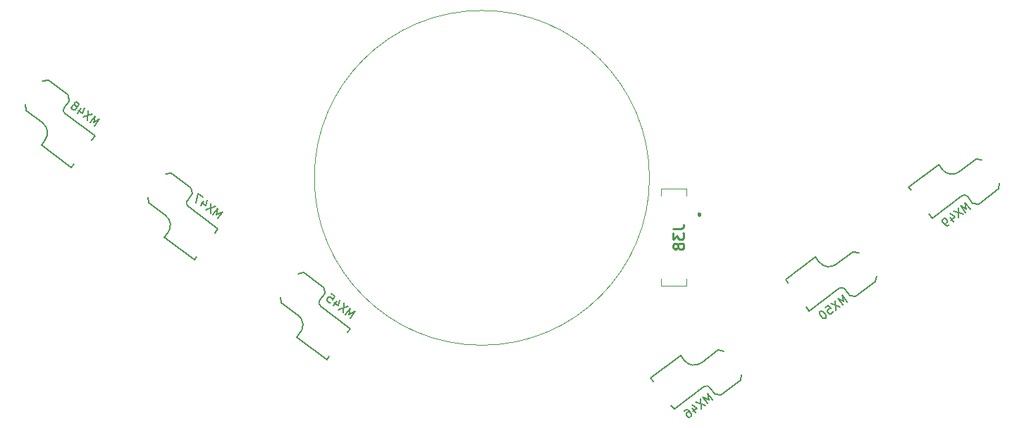
<source format=gbr>
G04 #@! TF.GenerationSoftware,KiCad,Pcbnew,(5.1.4)-1*
G04 #@! TF.CreationDate,2023-12-29T13:04:59-05:00*
G04 #@! TF.ProjectId,ThumbsUp,5468756d-6273-4557-902e-6b696361645f,rev?*
G04 #@! TF.SameCoordinates,Original*
G04 #@! TF.FileFunction,Legend,Bot*
G04 #@! TF.FilePolarity,Positive*
%FSLAX46Y46*%
G04 Gerber Fmt 4.6, Leading zero omitted, Abs format (unit mm)*
G04 Created by KiCad (PCBNEW (5.1.4)-1) date 2023-12-29 13:04:59*
%MOMM*%
%LPD*%
G04 APERTURE LIST*
%ADD10C,0.120000*%
%ADD11C,0.150000*%
%ADD12C,0.400000*%
%ADD13C,0.100000*%
%ADD14C,0.254000*%
G04 APERTURE END LIST*
D10*
X174800636Y120330000D02*
G75*
G03X174800636Y120330000I-20130636J0D01*
G01*
D11*
X120120435Y110454008D02*
X120421343Y110853326D01*
X119355105Y116915763D02*
G75*
G02X119256696Y117615988I300908J399317D01*
G01*
X117364194Y120920294D02*
X119760100Y119114849D01*
X116663969Y120821883D02*
X117364194Y120920294D01*
X114656026Y117326434D02*
X116652615Y115821896D01*
X122587877Y113728414D02*
X122948966Y114207595D01*
X114557616Y118026659D02*
X114656026Y117326434D01*
X122948966Y114207595D02*
X119355106Y116915763D01*
X119256696Y117615988D02*
X119858511Y118414623D01*
X119760100Y119114849D02*
X119858511Y118414623D01*
X116652615Y115821896D02*
G75*
G02X116947846Y113721221I-902722J-1197953D01*
G01*
X116526575Y113162176D02*
X120120435Y110454008D01*
X116947846Y113721221D02*
X116526575Y113162176D01*
X205922062Y119224281D02*
X206222969Y118824963D01*
X212344453Y118178862D02*
G75*
G02X213044678Y118080451I300907J-399318D01*
G01*
X216742624Y118988850D02*
X214346718Y117183405D01*
X216841035Y119689076D02*
X216742624Y118988850D01*
X214034457Y122582710D02*
X212037868Y121078173D01*
X208389504Y115949875D02*
X208750593Y115470694D01*
X214734682Y122484300D02*
X214034457Y122582710D01*
X208750593Y115470694D02*
X212344452Y118178861D01*
X213044678Y118080451D02*
X213646493Y117281816D01*
X214346718Y117183405D02*
X213646493Y117281816D01*
X212037869Y121078172D02*
G75*
G02X209937192Y121373403I-902723J1197954D01*
G01*
X209515922Y121932448D02*
X205922062Y119224281D01*
X209937192Y121373403D02*
X209515922Y121932448D01*
X191147305Y108090703D02*
X191448212Y107691385D01*
X197569696Y107045284D02*
G75*
G02X198269921Y106946873I300907J-399318D01*
G01*
X201967867Y107855272D02*
X199571961Y106049827D01*
X202066278Y108555498D02*
X201967867Y107855272D01*
X199259700Y111449132D02*
X197263111Y109944595D01*
X193614747Y104816297D02*
X193975836Y104337116D01*
X199959925Y111350722D02*
X199259700Y111449132D01*
X193975836Y104337116D02*
X197569695Y107045283D01*
X198269921Y106946873D02*
X198871736Y106148238D01*
X199571961Y106049827D02*
X198871736Y106148238D01*
X197263112Y109944594D02*
G75*
G02X195162435Y110239825I-902723J1197954D01*
G01*
X194741165Y110798870D02*
X191147305Y108090703D01*
X195162435Y110239825D02*
X194741165Y110798870D01*
X102173089Y124854798D02*
X101751818Y124295753D01*
X101751818Y124295753D02*
X105345678Y121587585D01*
X101877858Y126955473D02*
G75*
G02X102173089Y124854798I-902722J-1197953D01*
G01*
X104985343Y130248426D02*
X105083754Y129548200D01*
X104481939Y128749565D02*
X105083754Y129548200D01*
X108174209Y125341172D02*
X104580349Y128049340D01*
X99782859Y129160236D02*
X99881269Y128460011D01*
X107813120Y124861991D02*
X108174209Y125341172D01*
X99881269Y128460011D02*
X101877858Y126955473D01*
X101889212Y131955460D02*
X102589437Y132053871D01*
X102589437Y132053871D02*
X104985343Y130248426D01*
X104580348Y128049340D02*
G75*
G02X104481939Y128749565I300908J399317D01*
G01*
X105345678Y121587585D02*
X105646586Y121986903D01*
D12*
X180760000Y115890000D02*
G75*
G03X180760000Y115990000I0J50000D01*
G01*
X180760000Y115990000D02*
G75*
G03X180760000Y115890000I0J-50000D01*
G01*
X180760000Y115990000D02*
X180760000Y115990000D01*
X180760000Y115890000D02*
X180760000Y115890000D01*
D13*
X179210000Y107340000D02*
X179210000Y108190000D01*
X176210000Y107340000D02*
X179210000Y107340000D01*
X176210000Y108190000D02*
X176210000Y107340000D01*
X179210000Y119040000D02*
X179210000Y118190000D01*
X176210000Y119040000D02*
X179210000Y119040000D01*
X176210000Y118190000D02*
X176210000Y119040000D01*
D11*
X178967404Y98398464D02*
X178546134Y98957509D01*
X178546134Y98957509D02*
X174952274Y96249342D01*
X181068081Y98103233D02*
G75*
G02X178967404Y98398464I-902723J1197954D01*
G01*
X183376930Y94208466D02*
X182676705Y94306877D01*
X182074890Y95105512D02*
X182676705Y94306877D01*
X177780805Y92495755D02*
X181374664Y95203922D01*
X183764894Y99509361D02*
X183064669Y99607771D01*
X177419716Y92974936D02*
X177780805Y92495755D01*
X183064669Y99607771D02*
X181068080Y98103234D01*
X185871247Y96714137D02*
X185772836Y96013911D01*
X185772836Y96013911D02*
X183376930Y94208466D01*
X181374665Y95203923D02*
G75*
G02X182074890Y95105512I300907J-399318D01*
G01*
X174952274Y96249342D02*
X175253181Y95850024D01*
X132870582Y101722461D02*
X132449311Y101163416D01*
X132449311Y101163416D02*
X136043171Y98455248D01*
X132575351Y103823136D02*
G75*
G02X132870582Y101722461I-902722J-1197953D01*
G01*
X135682836Y107116089D02*
X135781247Y106415863D01*
X135179432Y105617228D02*
X135781247Y106415863D01*
X138871702Y102208835D02*
X135277842Y104917003D01*
X130480352Y106027899D02*
X130578762Y105327674D01*
X138510613Y101729654D02*
X138871702Y102208835D01*
X130578762Y105327674D02*
X132575351Y103823136D01*
X132586705Y108823123D02*
X133286930Y108921534D01*
X133286930Y108921534D02*
X135682836Y107116089D01*
X135277841Y104917003D02*
G75*
G02X135179432Y105617228I300908J399317D01*
G01*
X136043171Y98455248D02*
X136344079Y98854566D01*
X122897899Y115457666D02*
X123499714Y116256302D01*
X122803634Y115886453D01*
X122967290Y116657512D01*
X122365475Y115858876D01*
X122663048Y116886775D02*
X121528809Y116489349D01*
X122130624Y117287985D02*
X122061233Y116088139D01*
X121283505Y117508956D02*
X120882295Y116976533D01*
X121702919Y117669909D02*
X121463202Y116956166D01*
X120968809Y117328718D01*
X121141837Y118033089D02*
X120609414Y118434299D01*
X120349871Y117377743D01*
X213325053Y116573322D02*
X212723238Y117371957D01*
X212886894Y116600898D01*
X212190814Y116970747D01*
X212792629Y116172112D01*
X211886572Y116741484D02*
X211955963Y115541639D01*
X211354148Y116340274D02*
X212488387Y115942849D01*
X210908239Y115586879D02*
X211309449Y115054455D01*
X210869127Y116034410D02*
X211489147Y115607246D01*
X210994753Y115234694D01*
X210853086Y114710561D02*
X210700965Y114595930D01*
X210596246Y114576644D01*
X210529558Y114586016D01*
X210367524Y114642792D01*
X210214862Y114766255D01*
X209985600Y115070497D01*
X209966314Y115175215D01*
X209975687Y115241903D01*
X210023089Y115337249D01*
X210175210Y115451881D01*
X210279929Y115471166D01*
X210346617Y115461794D01*
X210441963Y115414391D01*
X210585252Y115224240D01*
X210604537Y115119521D01*
X210595165Y115052833D01*
X210547762Y114957487D01*
X210395641Y114842856D01*
X210290923Y114823570D01*
X210224235Y114832943D01*
X210128889Y114880346D01*
X198550296Y105439744D02*
X197948481Y106238379D01*
X198112137Y105467320D01*
X197416057Y105837169D01*
X198017872Y105038534D01*
X197111815Y105607906D02*
X197181206Y104408061D01*
X196579391Y105206696D02*
X197713630Y104809271D01*
X195894847Y104690855D02*
X196275149Y104977434D01*
X196599758Y104625789D01*
X196533070Y104635161D01*
X196428352Y104615876D01*
X196238200Y104472586D01*
X196190798Y104377240D01*
X196181425Y104310552D01*
X196200711Y104205834D01*
X196344000Y104015683D01*
X196439346Y103968280D01*
X196506034Y103958908D01*
X196610752Y103978193D01*
X196800904Y104121482D01*
X196848306Y104216828D01*
X196857679Y104283516D01*
X195362423Y104289645D02*
X195286362Y104232329D01*
X195238960Y104136983D01*
X195229587Y104070295D01*
X195248873Y103965577D01*
X195325474Y103784798D01*
X195468763Y103594646D01*
X195621425Y103471183D01*
X195716771Y103423781D01*
X195783459Y103414408D01*
X195888177Y103433694D01*
X195964238Y103491009D01*
X196011641Y103586355D01*
X196021013Y103653044D01*
X196001728Y103757762D01*
X195925126Y103938541D01*
X195781837Y104128692D01*
X195629175Y104252155D01*
X195533829Y104299558D01*
X195467141Y104308930D01*
X195362423Y104289645D01*
X108123142Y126591243D02*
X108724957Y127389879D01*
X108028877Y127020030D01*
X108192533Y127791089D01*
X107590718Y126992453D01*
X107888291Y128020352D02*
X106754052Y127622926D01*
X107355867Y128421562D02*
X107286476Y127221716D01*
X106508748Y128642533D02*
X106107538Y128110110D01*
X106928162Y128803486D02*
X106688445Y128089743D01*
X106194052Y128462295D01*
X105919008Y128967683D02*
X106023727Y128948397D01*
X106090415Y128957770D01*
X106185761Y129005173D01*
X106214419Y129043203D01*
X106233704Y129147921D01*
X106224332Y129214609D01*
X106176929Y129309955D01*
X106024808Y129424587D01*
X105920090Y129443872D01*
X105853401Y129434500D01*
X105758055Y129387097D01*
X105729398Y129349067D01*
X105710112Y129244348D01*
X105719485Y129177660D01*
X105766887Y129082314D01*
X105919008Y128967683D01*
X105966411Y128872337D01*
X105975783Y128805649D01*
X105956498Y128700930D01*
X105841866Y128548809D01*
X105746520Y128501407D01*
X105679832Y128492034D01*
X105575114Y128511320D01*
X105422993Y128625951D01*
X105375590Y128721297D01*
X105366218Y128787985D01*
X105385503Y128892704D01*
X105500135Y129044825D01*
X105595481Y129092227D01*
X105662169Y129101600D01*
X105766887Y129082314D01*
D14*
X177664523Y114218095D02*
X178571666Y114218095D01*
X178753095Y114278571D01*
X178874047Y114399523D01*
X178934523Y114580952D01*
X178934523Y114701904D01*
X177664523Y113734285D02*
X177664523Y112948095D01*
X178148333Y113371428D01*
X178148333Y113190000D01*
X178208809Y113069047D01*
X178269285Y113008571D01*
X178390238Y112948095D01*
X178692619Y112948095D01*
X178813571Y113008571D01*
X178874047Y113069047D01*
X178934523Y113190000D01*
X178934523Y113552857D01*
X178874047Y113673809D01*
X178813571Y113734285D01*
X178208809Y112222380D02*
X178148333Y112343333D01*
X178087857Y112403809D01*
X177966904Y112464285D01*
X177906428Y112464285D01*
X177785476Y112403809D01*
X177725000Y112343333D01*
X177664523Y112222380D01*
X177664523Y111980476D01*
X177725000Y111859523D01*
X177785476Y111799047D01*
X177906428Y111738571D01*
X177966904Y111738571D01*
X178087857Y111799047D01*
X178148333Y111859523D01*
X178208809Y111980476D01*
X178208809Y112222380D01*
X178269285Y112343333D01*
X178329761Y112403809D01*
X178450714Y112464285D01*
X178692619Y112464285D01*
X178813571Y112403809D01*
X178874047Y112343333D01*
X178934523Y112222380D01*
X178934523Y111980476D01*
X178874047Y111859523D01*
X178813571Y111799047D01*
X178692619Y111738571D01*
X178450714Y111738571D01*
X178329761Y111799047D01*
X178269285Y111859523D01*
X178208809Y111980476D01*
D11*
X182355265Y93598383D02*
X181753450Y94397018D01*
X181917106Y93625959D01*
X181221026Y93995808D01*
X181822841Y93197173D01*
X180916784Y93766545D02*
X180986175Y92566700D01*
X180384360Y93365335D02*
X181518599Y92967910D01*
X179938451Y92611940D02*
X180339661Y92079516D01*
X179899339Y93059471D02*
X180519359Y92632307D01*
X180024965Y92259755D01*
X178977241Y92304995D02*
X179129362Y92419626D01*
X179234080Y92438912D01*
X179300768Y92429539D01*
X179462802Y92372764D01*
X179615464Y92249301D01*
X179844727Y91945059D01*
X179864012Y91840340D01*
X179854640Y91773652D01*
X179807237Y91678306D01*
X179655116Y91563675D01*
X179550398Y91544389D01*
X179483710Y91553762D01*
X179388364Y91601164D01*
X179245074Y91791316D01*
X179225789Y91896034D01*
X179235161Y91962722D01*
X179282564Y92058068D01*
X179434685Y92172700D01*
X179539404Y92191985D01*
X179606092Y92182613D01*
X179701438Y92135210D01*
X138820635Y103458906D02*
X139422450Y104257542D01*
X138726370Y103887693D01*
X138890026Y104658752D01*
X138288211Y103860116D01*
X138585784Y104888015D02*
X137451545Y104490589D01*
X138053360Y105289225D02*
X137983969Y104089379D01*
X137206241Y105510196D02*
X136805031Y104977773D01*
X137625655Y105671149D02*
X137385938Y104957406D01*
X136891545Y105329958D01*
X136608210Y106378223D02*
X136988513Y106091645D01*
X136739964Y105682684D01*
X136730592Y105749372D01*
X136683189Y105844718D01*
X136493038Y105988008D01*
X136388320Y106007293D01*
X136321632Y105997921D01*
X136226286Y105950518D01*
X136082996Y105760367D01*
X136063711Y105655648D01*
X136073083Y105588960D01*
X136120486Y105493614D01*
X136310637Y105350325D01*
X136415356Y105331039D01*
X136482044Y105340412D01*
M02*

</source>
